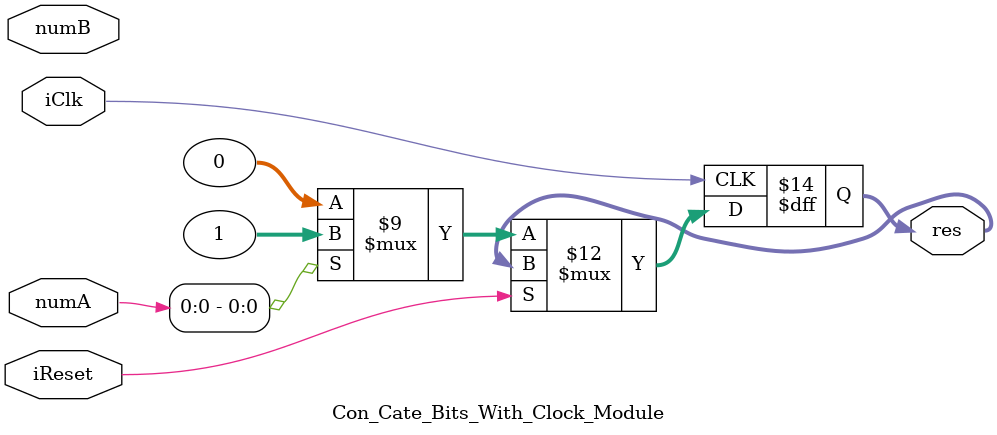
<source format=v>
module Con_Cate_Bits_With_Clock_Module (input iClk, input iReset, input[31:0] numA, input [31:0] numB, output reg[31:0] res);
	reg[31:0] counter;
	reg[31:0] memory;
	always@(posedge iClk, negedge iReset)
	if(iReset) 
	begin
			counter<=0;
	end
	else counter <=counter +1;
	
	always@(posedge iClk)
	if(iReset) memory<=0;
	else
	begin
		if(numA[0]==0) res<=0;
		else res<=1;
	end

endmodule

</source>
